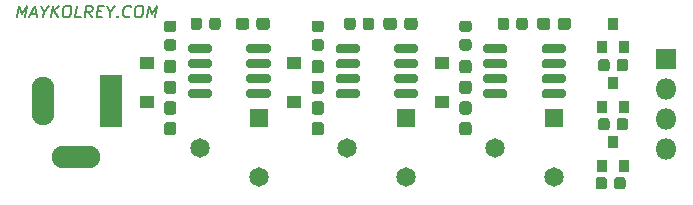
<source format=gbr>
%TF.GenerationSoftware,KiCad,Pcbnew,(5.1.6)-1*%
%TF.CreationDate,2020-12-19T18:50:18-05:00*%
%TF.ProjectId,driver_RGB,64726976-6572-45f5-9247-422e6b696361,rev?*%
%TF.SameCoordinates,Original*%
%TF.FileFunction,Soldermask,Top*%
%TF.FilePolarity,Negative*%
%FSLAX46Y46*%
G04 Gerber Fmt 4.6, Leading zero omitted, Abs format (unit mm)*
G04 Created by KiCad (PCBNEW (5.1.6)-1) date 2020-12-19 18:50:18*
%MOMM*%
%LPD*%
G01*
G04 APERTURE LIST*
%ADD10C,0.150000*%
%ADD11R,0.900000X1.000000*%
%ADD12R,1.300000X1.000000*%
%ADD13C,1.650000*%
%ADD14R,1.650000X1.650000*%
%ADD15R,1.900000X4.500000*%
%ADD16O,1.900000X4.100000*%
%ADD17O,4.100000X1.900000*%
%ADD18O,1.800000X1.800000*%
%ADD19R,1.800000X1.800000*%
G04 APERTURE END LIST*
D10*
X104066681Y-81952380D02*
X104191681Y-80952380D01*
X104435729Y-81666666D01*
X104858348Y-80952380D01*
X104733348Y-81952380D01*
X105197633Y-81666666D02*
X105673824Y-81666666D01*
X105066681Y-81952380D02*
X105525014Y-80952380D01*
X105733348Y-81952380D01*
X106316681Y-81476190D02*
X106257157Y-81952380D01*
X106048824Y-80952380D02*
X106316681Y-81476190D01*
X106715491Y-80952380D01*
X106923824Y-81952380D02*
X107048824Y-80952380D01*
X107495252Y-81952380D02*
X107138110Y-81380952D01*
X107620252Y-80952380D02*
X106977395Y-81523809D01*
X108239300Y-80952380D02*
X108429776Y-80952380D01*
X108519062Y-81000000D01*
X108602395Y-81095238D01*
X108626205Y-81285714D01*
X108584538Y-81619047D01*
X108513110Y-81809523D01*
X108405967Y-81904761D01*
X108304776Y-81952380D01*
X108114300Y-81952380D01*
X108025014Y-81904761D01*
X107941681Y-81809523D01*
X107917872Y-81619047D01*
X107959538Y-81285714D01*
X108030967Y-81095238D01*
X108138110Y-81000000D01*
X108239300Y-80952380D01*
X109447633Y-81952380D02*
X108971443Y-81952380D01*
X109096443Y-80952380D01*
X110352395Y-81952380D02*
X110078586Y-81476190D01*
X109780967Y-81952380D02*
X109905967Y-80952380D01*
X110286919Y-80952380D01*
X110376205Y-81000000D01*
X110417872Y-81047619D01*
X110453586Y-81142857D01*
X110435729Y-81285714D01*
X110376205Y-81380952D01*
X110322633Y-81428571D01*
X110221443Y-81476190D01*
X109840491Y-81476190D01*
X110846443Y-81428571D02*
X111179776Y-81428571D01*
X111257157Y-81952380D02*
X110780967Y-81952380D01*
X110905967Y-80952380D01*
X111382157Y-80952380D01*
X111935729Y-81476190D02*
X111876205Y-81952380D01*
X111667872Y-80952380D02*
X111935729Y-81476190D01*
X112334538Y-80952380D01*
X112554776Y-81857142D02*
X112596443Y-81904761D01*
X112542872Y-81952380D01*
X112501205Y-81904761D01*
X112554776Y-81857142D01*
X112542872Y-81952380D01*
X113602395Y-81857142D02*
X113548824Y-81904761D01*
X113400014Y-81952380D01*
X113304776Y-81952380D01*
X113167872Y-81904761D01*
X113084538Y-81809523D01*
X113048824Y-81714285D01*
X113025014Y-81523809D01*
X113042872Y-81380952D01*
X113114300Y-81190476D01*
X113173824Y-81095238D01*
X113280967Y-81000000D01*
X113429776Y-80952380D01*
X113525014Y-80952380D01*
X113661919Y-81000000D01*
X113703586Y-81047619D01*
X114334538Y-80952380D02*
X114525014Y-80952380D01*
X114614300Y-81000000D01*
X114697633Y-81095238D01*
X114721443Y-81285714D01*
X114679776Y-81619047D01*
X114608348Y-81809523D01*
X114501205Y-81904761D01*
X114400014Y-81952380D01*
X114209538Y-81952380D01*
X114120252Y-81904761D01*
X114036919Y-81809523D01*
X114013110Y-81619047D01*
X114054776Y-81285714D01*
X114126205Y-81095238D01*
X114233348Y-81000000D01*
X114334538Y-80952380D01*
X115066681Y-81952380D02*
X115191681Y-80952380D01*
X115435729Y-81666666D01*
X115858348Y-80952380D01*
X115733348Y-81952380D01*
D11*
%TO.C,Q3*%
X154500000Y-92500000D03*
X155450000Y-94500000D03*
X153550000Y-94500000D03*
%TD*%
%TO.C,Q2*%
X154500000Y-82500000D03*
X155450000Y-84500000D03*
X153550000Y-84500000D03*
%TD*%
D12*
%TO.C,D3*%
X140000000Y-89150000D03*
X140000000Y-85850000D03*
%TD*%
%TO.C,D2*%
X115000000Y-89150000D03*
X115000000Y-85850000D03*
%TD*%
%TO.C,D1*%
X127500000Y-89150000D03*
X127500000Y-85850000D03*
%TD*%
%TO.C,U3*%
G36*
G01*
X145550000Y-88230000D02*
X145550000Y-88580000D01*
G75*
G02*
X145375000Y-88755000I-175000J0D01*
G01*
X143675000Y-88755000D01*
G75*
G02*
X143500000Y-88580000I0J175000D01*
G01*
X143500000Y-88230000D01*
G75*
G02*
X143675000Y-88055000I175000J0D01*
G01*
X145375000Y-88055000D01*
G75*
G02*
X145550000Y-88230000I0J-175000D01*
G01*
G37*
G36*
G01*
X145550000Y-86960000D02*
X145550000Y-87310000D01*
G75*
G02*
X145375000Y-87485000I-175000J0D01*
G01*
X143675000Y-87485000D01*
G75*
G02*
X143500000Y-87310000I0J175000D01*
G01*
X143500000Y-86960000D01*
G75*
G02*
X143675000Y-86785000I175000J0D01*
G01*
X145375000Y-86785000D01*
G75*
G02*
X145550000Y-86960000I0J-175000D01*
G01*
G37*
G36*
G01*
X145550000Y-85690000D02*
X145550000Y-86040000D01*
G75*
G02*
X145375000Y-86215000I-175000J0D01*
G01*
X143675000Y-86215000D01*
G75*
G02*
X143500000Y-86040000I0J175000D01*
G01*
X143500000Y-85690000D01*
G75*
G02*
X143675000Y-85515000I175000J0D01*
G01*
X145375000Y-85515000D01*
G75*
G02*
X145550000Y-85690000I0J-175000D01*
G01*
G37*
G36*
G01*
X145550000Y-84420000D02*
X145550000Y-84770000D01*
G75*
G02*
X145375000Y-84945000I-175000J0D01*
G01*
X143675000Y-84945000D01*
G75*
G02*
X143500000Y-84770000I0J175000D01*
G01*
X143500000Y-84420000D01*
G75*
G02*
X143675000Y-84245000I175000J0D01*
G01*
X145375000Y-84245000D01*
G75*
G02*
X145550000Y-84420000I0J-175000D01*
G01*
G37*
G36*
G01*
X150500000Y-84420000D02*
X150500000Y-84770000D01*
G75*
G02*
X150325000Y-84945000I-175000J0D01*
G01*
X148625000Y-84945000D01*
G75*
G02*
X148450000Y-84770000I0J175000D01*
G01*
X148450000Y-84420000D01*
G75*
G02*
X148625000Y-84245000I175000J0D01*
G01*
X150325000Y-84245000D01*
G75*
G02*
X150500000Y-84420000I0J-175000D01*
G01*
G37*
G36*
G01*
X150500000Y-85690000D02*
X150500000Y-86040000D01*
G75*
G02*
X150325000Y-86215000I-175000J0D01*
G01*
X148625000Y-86215000D01*
G75*
G02*
X148450000Y-86040000I0J175000D01*
G01*
X148450000Y-85690000D01*
G75*
G02*
X148625000Y-85515000I175000J0D01*
G01*
X150325000Y-85515000D01*
G75*
G02*
X150500000Y-85690000I0J-175000D01*
G01*
G37*
G36*
G01*
X150500000Y-86960000D02*
X150500000Y-87310000D01*
G75*
G02*
X150325000Y-87485000I-175000J0D01*
G01*
X148625000Y-87485000D01*
G75*
G02*
X148450000Y-87310000I0J175000D01*
G01*
X148450000Y-86960000D01*
G75*
G02*
X148625000Y-86785000I175000J0D01*
G01*
X150325000Y-86785000D01*
G75*
G02*
X150500000Y-86960000I0J-175000D01*
G01*
G37*
G36*
G01*
X150500000Y-88230000D02*
X150500000Y-88580000D01*
G75*
G02*
X150325000Y-88755000I-175000J0D01*
G01*
X148625000Y-88755000D01*
G75*
G02*
X148450000Y-88580000I0J175000D01*
G01*
X148450000Y-88230000D01*
G75*
G02*
X148625000Y-88055000I175000J0D01*
G01*
X150325000Y-88055000D01*
G75*
G02*
X150500000Y-88230000I0J-175000D01*
G01*
G37*
%TD*%
%TO.C,U1*%
G36*
G01*
X133050000Y-88230000D02*
X133050000Y-88580000D01*
G75*
G02*
X132875000Y-88755000I-175000J0D01*
G01*
X131175000Y-88755000D01*
G75*
G02*
X131000000Y-88580000I0J175000D01*
G01*
X131000000Y-88230000D01*
G75*
G02*
X131175000Y-88055000I175000J0D01*
G01*
X132875000Y-88055000D01*
G75*
G02*
X133050000Y-88230000I0J-175000D01*
G01*
G37*
G36*
G01*
X133050000Y-86960000D02*
X133050000Y-87310000D01*
G75*
G02*
X132875000Y-87485000I-175000J0D01*
G01*
X131175000Y-87485000D01*
G75*
G02*
X131000000Y-87310000I0J175000D01*
G01*
X131000000Y-86960000D01*
G75*
G02*
X131175000Y-86785000I175000J0D01*
G01*
X132875000Y-86785000D01*
G75*
G02*
X133050000Y-86960000I0J-175000D01*
G01*
G37*
G36*
G01*
X133050000Y-85690000D02*
X133050000Y-86040000D01*
G75*
G02*
X132875000Y-86215000I-175000J0D01*
G01*
X131175000Y-86215000D01*
G75*
G02*
X131000000Y-86040000I0J175000D01*
G01*
X131000000Y-85690000D01*
G75*
G02*
X131175000Y-85515000I175000J0D01*
G01*
X132875000Y-85515000D01*
G75*
G02*
X133050000Y-85690000I0J-175000D01*
G01*
G37*
G36*
G01*
X133050000Y-84420000D02*
X133050000Y-84770000D01*
G75*
G02*
X132875000Y-84945000I-175000J0D01*
G01*
X131175000Y-84945000D01*
G75*
G02*
X131000000Y-84770000I0J175000D01*
G01*
X131000000Y-84420000D01*
G75*
G02*
X131175000Y-84245000I175000J0D01*
G01*
X132875000Y-84245000D01*
G75*
G02*
X133050000Y-84420000I0J-175000D01*
G01*
G37*
G36*
G01*
X138000000Y-84420000D02*
X138000000Y-84770000D01*
G75*
G02*
X137825000Y-84945000I-175000J0D01*
G01*
X136125000Y-84945000D01*
G75*
G02*
X135950000Y-84770000I0J175000D01*
G01*
X135950000Y-84420000D01*
G75*
G02*
X136125000Y-84245000I175000J0D01*
G01*
X137825000Y-84245000D01*
G75*
G02*
X138000000Y-84420000I0J-175000D01*
G01*
G37*
G36*
G01*
X138000000Y-85690000D02*
X138000000Y-86040000D01*
G75*
G02*
X137825000Y-86215000I-175000J0D01*
G01*
X136125000Y-86215000D01*
G75*
G02*
X135950000Y-86040000I0J175000D01*
G01*
X135950000Y-85690000D01*
G75*
G02*
X136125000Y-85515000I175000J0D01*
G01*
X137825000Y-85515000D01*
G75*
G02*
X138000000Y-85690000I0J-175000D01*
G01*
G37*
G36*
G01*
X138000000Y-86960000D02*
X138000000Y-87310000D01*
G75*
G02*
X137825000Y-87485000I-175000J0D01*
G01*
X136125000Y-87485000D01*
G75*
G02*
X135950000Y-87310000I0J175000D01*
G01*
X135950000Y-86960000D01*
G75*
G02*
X136125000Y-86785000I175000J0D01*
G01*
X137825000Y-86785000D01*
G75*
G02*
X138000000Y-86960000I0J-175000D01*
G01*
G37*
G36*
G01*
X138000000Y-88230000D02*
X138000000Y-88580000D01*
G75*
G02*
X137825000Y-88755000I-175000J0D01*
G01*
X136125000Y-88755000D01*
G75*
G02*
X135950000Y-88580000I0J175000D01*
G01*
X135950000Y-88230000D01*
G75*
G02*
X136125000Y-88055000I175000J0D01*
G01*
X137825000Y-88055000D01*
G75*
G02*
X138000000Y-88230000I0J-175000D01*
G01*
G37*
%TD*%
%TO.C,U2*%
G36*
G01*
X120550000Y-88230000D02*
X120550000Y-88580000D01*
G75*
G02*
X120375000Y-88755000I-175000J0D01*
G01*
X118675000Y-88755000D01*
G75*
G02*
X118500000Y-88580000I0J175000D01*
G01*
X118500000Y-88230000D01*
G75*
G02*
X118675000Y-88055000I175000J0D01*
G01*
X120375000Y-88055000D01*
G75*
G02*
X120550000Y-88230000I0J-175000D01*
G01*
G37*
G36*
G01*
X120550000Y-86960000D02*
X120550000Y-87310000D01*
G75*
G02*
X120375000Y-87485000I-175000J0D01*
G01*
X118675000Y-87485000D01*
G75*
G02*
X118500000Y-87310000I0J175000D01*
G01*
X118500000Y-86960000D01*
G75*
G02*
X118675000Y-86785000I175000J0D01*
G01*
X120375000Y-86785000D01*
G75*
G02*
X120550000Y-86960000I0J-175000D01*
G01*
G37*
G36*
G01*
X120550000Y-85690000D02*
X120550000Y-86040000D01*
G75*
G02*
X120375000Y-86215000I-175000J0D01*
G01*
X118675000Y-86215000D01*
G75*
G02*
X118500000Y-86040000I0J175000D01*
G01*
X118500000Y-85690000D01*
G75*
G02*
X118675000Y-85515000I175000J0D01*
G01*
X120375000Y-85515000D01*
G75*
G02*
X120550000Y-85690000I0J-175000D01*
G01*
G37*
G36*
G01*
X120550000Y-84420000D02*
X120550000Y-84770000D01*
G75*
G02*
X120375000Y-84945000I-175000J0D01*
G01*
X118675000Y-84945000D01*
G75*
G02*
X118500000Y-84770000I0J175000D01*
G01*
X118500000Y-84420000D01*
G75*
G02*
X118675000Y-84245000I175000J0D01*
G01*
X120375000Y-84245000D01*
G75*
G02*
X120550000Y-84420000I0J-175000D01*
G01*
G37*
G36*
G01*
X125500000Y-84420000D02*
X125500000Y-84770000D01*
G75*
G02*
X125325000Y-84945000I-175000J0D01*
G01*
X123625000Y-84945000D01*
G75*
G02*
X123450000Y-84770000I0J175000D01*
G01*
X123450000Y-84420000D01*
G75*
G02*
X123625000Y-84245000I175000J0D01*
G01*
X125325000Y-84245000D01*
G75*
G02*
X125500000Y-84420000I0J-175000D01*
G01*
G37*
G36*
G01*
X125500000Y-85690000D02*
X125500000Y-86040000D01*
G75*
G02*
X125325000Y-86215000I-175000J0D01*
G01*
X123625000Y-86215000D01*
G75*
G02*
X123450000Y-86040000I0J175000D01*
G01*
X123450000Y-85690000D01*
G75*
G02*
X123625000Y-85515000I175000J0D01*
G01*
X125325000Y-85515000D01*
G75*
G02*
X125500000Y-85690000I0J-175000D01*
G01*
G37*
G36*
G01*
X125500000Y-86960000D02*
X125500000Y-87310000D01*
G75*
G02*
X125325000Y-87485000I-175000J0D01*
G01*
X123625000Y-87485000D01*
G75*
G02*
X123450000Y-87310000I0J175000D01*
G01*
X123450000Y-86960000D01*
G75*
G02*
X123625000Y-86785000I175000J0D01*
G01*
X125325000Y-86785000D01*
G75*
G02*
X125500000Y-86960000I0J-175000D01*
G01*
G37*
G36*
G01*
X125500000Y-88230000D02*
X125500000Y-88580000D01*
G75*
G02*
X125325000Y-88755000I-175000J0D01*
G01*
X123625000Y-88755000D01*
G75*
G02*
X123450000Y-88580000I0J175000D01*
G01*
X123450000Y-88230000D01*
G75*
G02*
X123625000Y-88055000I175000J0D01*
G01*
X125325000Y-88055000D01*
G75*
G02*
X125500000Y-88230000I0J-175000D01*
G01*
G37*
%TD*%
D13*
%TO.C,RV3*%
X144500000Y-93000000D03*
D14*
X149500000Y-90500000D03*
D13*
X149500000Y-95500000D03*
%TD*%
%TO.C,RV2*%
X119500000Y-93000000D03*
D14*
X124500000Y-90500000D03*
D13*
X124500000Y-95500000D03*
%TD*%
%TO.C,RV1*%
X132000000Y-93000000D03*
D14*
X137000000Y-90500000D03*
D13*
X137000000Y-95500000D03*
%TD*%
D15*
%TO.C,J2*%
X112000000Y-89000000D03*
D16*
X106200000Y-89000000D03*
D17*
X109000000Y-93800000D03*
%TD*%
%TO.C,R9*%
G36*
G01*
X149200000Y-82237500D02*
X149200000Y-82762500D01*
G75*
G02*
X148937500Y-83025000I-262500J0D01*
G01*
X148312500Y-83025000D01*
G75*
G02*
X148050000Y-82762500I0J262500D01*
G01*
X148050000Y-82237500D01*
G75*
G02*
X148312500Y-81975000I262500J0D01*
G01*
X148937500Y-81975000D01*
G75*
G02*
X149200000Y-82237500I0J-262500D01*
G01*
G37*
G36*
G01*
X150950000Y-82237500D02*
X150950000Y-82762500D01*
G75*
G02*
X150687500Y-83025000I-262500J0D01*
G01*
X150062500Y-83025000D01*
G75*
G02*
X149800000Y-82762500I0J262500D01*
G01*
X149800000Y-82237500D01*
G75*
G02*
X150062500Y-81975000I262500J0D01*
G01*
X150687500Y-81975000D01*
G75*
G02*
X150950000Y-82237500I0J-262500D01*
G01*
G37*
%TD*%
%TO.C,R8*%
G36*
G01*
X142262500Y-86700000D02*
X141737500Y-86700000D01*
G75*
G02*
X141475000Y-86437500I0J262500D01*
G01*
X141475000Y-85812500D01*
G75*
G02*
X141737500Y-85550000I262500J0D01*
G01*
X142262500Y-85550000D01*
G75*
G02*
X142525000Y-85812500I0J-262500D01*
G01*
X142525000Y-86437500D01*
G75*
G02*
X142262500Y-86700000I-262500J0D01*
G01*
G37*
G36*
G01*
X142262500Y-88450000D02*
X141737500Y-88450000D01*
G75*
G02*
X141475000Y-88187500I0J262500D01*
G01*
X141475000Y-87562500D01*
G75*
G02*
X141737500Y-87300000I262500J0D01*
G01*
X142262500Y-87300000D01*
G75*
G02*
X142525000Y-87562500I0J-262500D01*
G01*
X142525000Y-88187500D01*
G75*
G02*
X142262500Y-88450000I-262500J0D01*
G01*
G37*
%TD*%
%TO.C,R7*%
G36*
G01*
X142262500Y-90200000D02*
X141737500Y-90200000D01*
G75*
G02*
X141475000Y-89937500I0J262500D01*
G01*
X141475000Y-89312500D01*
G75*
G02*
X141737500Y-89050000I262500J0D01*
G01*
X142262500Y-89050000D01*
G75*
G02*
X142525000Y-89312500I0J-262500D01*
G01*
X142525000Y-89937500D01*
G75*
G02*
X142262500Y-90200000I-262500J0D01*
G01*
G37*
G36*
G01*
X142262500Y-91950000D02*
X141737500Y-91950000D01*
G75*
G02*
X141475000Y-91687500I0J262500D01*
G01*
X141475000Y-91062500D01*
G75*
G02*
X141737500Y-90800000I262500J0D01*
G01*
X142262500Y-90800000D01*
G75*
G02*
X142525000Y-91062500I0J-262500D01*
G01*
X142525000Y-91687500D01*
G75*
G02*
X142262500Y-91950000I-262500J0D01*
G01*
G37*
%TD*%
%TO.C,R6*%
G36*
G01*
X123700000Y-82237500D02*
X123700000Y-82762500D01*
G75*
G02*
X123437500Y-83025000I-262500J0D01*
G01*
X122812500Y-83025000D01*
G75*
G02*
X122550000Y-82762500I0J262500D01*
G01*
X122550000Y-82237500D01*
G75*
G02*
X122812500Y-81975000I262500J0D01*
G01*
X123437500Y-81975000D01*
G75*
G02*
X123700000Y-82237500I0J-262500D01*
G01*
G37*
G36*
G01*
X125450000Y-82237500D02*
X125450000Y-82762500D01*
G75*
G02*
X125187500Y-83025000I-262500J0D01*
G01*
X124562500Y-83025000D01*
G75*
G02*
X124300000Y-82762500I0J262500D01*
G01*
X124300000Y-82237500D01*
G75*
G02*
X124562500Y-81975000I262500J0D01*
G01*
X125187500Y-81975000D01*
G75*
G02*
X125450000Y-82237500I0J-262500D01*
G01*
G37*
%TD*%
%TO.C,R5*%
G36*
G01*
X117262500Y-86700000D02*
X116737500Y-86700000D01*
G75*
G02*
X116475000Y-86437500I0J262500D01*
G01*
X116475000Y-85812500D01*
G75*
G02*
X116737500Y-85550000I262500J0D01*
G01*
X117262500Y-85550000D01*
G75*
G02*
X117525000Y-85812500I0J-262500D01*
G01*
X117525000Y-86437500D01*
G75*
G02*
X117262500Y-86700000I-262500J0D01*
G01*
G37*
G36*
G01*
X117262500Y-88450000D02*
X116737500Y-88450000D01*
G75*
G02*
X116475000Y-88187500I0J262500D01*
G01*
X116475000Y-87562500D01*
G75*
G02*
X116737500Y-87300000I262500J0D01*
G01*
X117262500Y-87300000D01*
G75*
G02*
X117525000Y-87562500I0J-262500D01*
G01*
X117525000Y-88187500D01*
G75*
G02*
X117262500Y-88450000I-262500J0D01*
G01*
G37*
%TD*%
%TO.C,R4*%
G36*
G01*
X117262500Y-90200000D02*
X116737500Y-90200000D01*
G75*
G02*
X116475000Y-89937500I0J262500D01*
G01*
X116475000Y-89312500D01*
G75*
G02*
X116737500Y-89050000I262500J0D01*
G01*
X117262500Y-89050000D01*
G75*
G02*
X117525000Y-89312500I0J-262500D01*
G01*
X117525000Y-89937500D01*
G75*
G02*
X117262500Y-90200000I-262500J0D01*
G01*
G37*
G36*
G01*
X117262500Y-91950000D02*
X116737500Y-91950000D01*
G75*
G02*
X116475000Y-91687500I0J262500D01*
G01*
X116475000Y-91062500D01*
G75*
G02*
X116737500Y-90800000I262500J0D01*
G01*
X117262500Y-90800000D01*
G75*
G02*
X117525000Y-91062500I0J-262500D01*
G01*
X117525000Y-91687500D01*
G75*
G02*
X117262500Y-91950000I-262500J0D01*
G01*
G37*
%TD*%
%TO.C,R3*%
G36*
G01*
X136200000Y-82237500D02*
X136200000Y-82762500D01*
G75*
G02*
X135937500Y-83025000I-262500J0D01*
G01*
X135312500Y-83025000D01*
G75*
G02*
X135050000Y-82762500I0J262500D01*
G01*
X135050000Y-82237500D01*
G75*
G02*
X135312500Y-81975000I262500J0D01*
G01*
X135937500Y-81975000D01*
G75*
G02*
X136200000Y-82237500I0J-262500D01*
G01*
G37*
G36*
G01*
X137950000Y-82237500D02*
X137950000Y-82762500D01*
G75*
G02*
X137687500Y-83025000I-262500J0D01*
G01*
X137062500Y-83025000D01*
G75*
G02*
X136800000Y-82762500I0J262500D01*
G01*
X136800000Y-82237500D01*
G75*
G02*
X137062500Y-81975000I262500J0D01*
G01*
X137687500Y-81975000D01*
G75*
G02*
X137950000Y-82237500I0J-262500D01*
G01*
G37*
%TD*%
%TO.C,R2*%
G36*
G01*
X129762500Y-86700000D02*
X129237500Y-86700000D01*
G75*
G02*
X128975000Y-86437500I0J262500D01*
G01*
X128975000Y-85812500D01*
G75*
G02*
X129237500Y-85550000I262500J0D01*
G01*
X129762500Y-85550000D01*
G75*
G02*
X130025000Y-85812500I0J-262500D01*
G01*
X130025000Y-86437500D01*
G75*
G02*
X129762500Y-86700000I-262500J0D01*
G01*
G37*
G36*
G01*
X129762500Y-88450000D02*
X129237500Y-88450000D01*
G75*
G02*
X128975000Y-88187500I0J262500D01*
G01*
X128975000Y-87562500D01*
G75*
G02*
X129237500Y-87300000I262500J0D01*
G01*
X129762500Y-87300000D01*
G75*
G02*
X130025000Y-87562500I0J-262500D01*
G01*
X130025000Y-88187500D01*
G75*
G02*
X129762500Y-88450000I-262500J0D01*
G01*
G37*
%TD*%
%TO.C,R1*%
G36*
G01*
X129762500Y-90200000D02*
X129237500Y-90200000D01*
G75*
G02*
X128975000Y-89937500I0J262500D01*
G01*
X128975000Y-89312500D01*
G75*
G02*
X129237500Y-89050000I262500J0D01*
G01*
X129762500Y-89050000D01*
G75*
G02*
X130025000Y-89312500I0J-262500D01*
G01*
X130025000Y-89937500D01*
G75*
G02*
X129762500Y-90200000I-262500J0D01*
G01*
G37*
G36*
G01*
X129762500Y-91950000D02*
X129237500Y-91950000D01*
G75*
G02*
X128975000Y-91687500I0J262500D01*
G01*
X128975000Y-91062500D01*
G75*
G02*
X129237500Y-90800000I262500J0D01*
G01*
X129762500Y-90800000D01*
G75*
G02*
X130025000Y-91062500I0J-262500D01*
G01*
X130025000Y-91687500D01*
G75*
G02*
X129762500Y-91950000I-262500J0D01*
G01*
G37*
%TD*%
D11*
%TO.C,Q1*%
X154500000Y-87500000D03*
X155450000Y-89500000D03*
X153550000Y-89500000D03*
%TD*%
D18*
%TO.C,J1*%
X159000000Y-93120000D03*
X159000000Y-90580000D03*
X159000000Y-88040000D03*
D19*
X159000000Y-85500000D03*
%TD*%
%TO.C,C9*%
G36*
G01*
X154587500Y-96281250D02*
X154587500Y-95718750D01*
G75*
G02*
X154831250Y-95475000I243750J0D01*
G01*
X155318750Y-95475000D01*
G75*
G02*
X155562500Y-95718750I0J-243750D01*
G01*
X155562500Y-96281250D01*
G75*
G02*
X155318750Y-96525000I-243750J0D01*
G01*
X154831250Y-96525000D01*
G75*
G02*
X154587500Y-96281250I0J243750D01*
G01*
G37*
G36*
G01*
X153012500Y-96281250D02*
X153012500Y-95718750D01*
G75*
G02*
X153256250Y-95475000I243750J0D01*
G01*
X153743750Y-95475000D01*
G75*
G02*
X153987500Y-95718750I0J-243750D01*
G01*
X153987500Y-96281250D01*
G75*
G02*
X153743750Y-96525000I-243750J0D01*
G01*
X153256250Y-96525000D01*
G75*
G02*
X153012500Y-96281250I0J243750D01*
G01*
G37*
%TD*%
%TO.C,C8*%
G36*
G01*
X145700000Y-82218750D02*
X145700000Y-82781250D01*
G75*
G02*
X145456250Y-83025000I-243750J0D01*
G01*
X144968750Y-83025000D01*
G75*
G02*
X144725000Y-82781250I0J243750D01*
G01*
X144725000Y-82218750D01*
G75*
G02*
X144968750Y-81975000I243750J0D01*
G01*
X145456250Y-81975000D01*
G75*
G02*
X145700000Y-82218750I0J-243750D01*
G01*
G37*
G36*
G01*
X147275000Y-82218750D02*
X147275000Y-82781250D01*
G75*
G02*
X147031250Y-83025000I-243750J0D01*
G01*
X146543750Y-83025000D01*
G75*
G02*
X146300000Y-82781250I0J243750D01*
G01*
X146300000Y-82218750D01*
G75*
G02*
X146543750Y-81975000I243750J0D01*
G01*
X147031250Y-81975000D01*
G75*
G02*
X147275000Y-82218750I0J-243750D01*
G01*
G37*
%TD*%
%TO.C,C7*%
G36*
G01*
X142281250Y-83200000D02*
X141718750Y-83200000D01*
G75*
G02*
X141475000Y-82956250I0J243750D01*
G01*
X141475000Y-82468750D01*
G75*
G02*
X141718750Y-82225000I243750J0D01*
G01*
X142281250Y-82225000D01*
G75*
G02*
X142525000Y-82468750I0J-243750D01*
G01*
X142525000Y-82956250D01*
G75*
G02*
X142281250Y-83200000I-243750J0D01*
G01*
G37*
G36*
G01*
X142281250Y-84775000D02*
X141718750Y-84775000D01*
G75*
G02*
X141475000Y-84531250I0J243750D01*
G01*
X141475000Y-84043750D01*
G75*
G02*
X141718750Y-83800000I243750J0D01*
G01*
X142281250Y-83800000D01*
G75*
G02*
X142525000Y-84043750I0J-243750D01*
G01*
X142525000Y-84531250D01*
G75*
G02*
X142281250Y-84775000I-243750J0D01*
G01*
G37*
%TD*%
%TO.C,C6*%
G36*
G01*
X154800000Y-86281250D02*
X154800000Y-85718750D01*
G75*
G02*
X155043750Y-85475000I243750J0D01*
G01*
X155531250Y-85475000D01*
G75*
G02*
X155775000Y-85718750I0J-243750D01*
G01*
X155775000Y-86281250D01*
G75*
G02*
X155531250Y-86525000I-243750J0D01*
G01*
X155043750Y-86525000D01*
G75*
G02*
X154800000Y-86281250I0J243750D01*
G01*
G37*
G36*
G01*
X153225000Y-86281250D02*
X153225000Y-85718750D01*
G75*
G02*
X153468750Y-85475000I243750J0D01*
G01*
X153956250Y-85475000D01*
G75*
G02*
X154200000Y-85718750I0J-243750D01*
G01*
X154200000Y-86281250D01*
G75*
G02*
X153956250Y-86525000I-243750J0D01*
G01*
X153468750Y-86525000D01*
G75*
G02*
X153225000Y-86281250I0J243750D01*
G01*
G37*
%TD*%
%TO.C,C5*%
G36*
G01*
X120300000Y-82781250D02*
X120300000Y-82218750D01*
G75*
G02*
X120543750Y-81975000I243750J0D01*
G01*
X121031250Y-81975000D01*
G75*
G02*
X121275000Y-82218750I0J-243750D01*
G01*
X121275000Y-82781250D01*
G75*
G02*
X121031250Y-83025000I-243750J0D01*
G01*
X120543750Y-83025000D01*
G75*
G02*
X120300000Y-82781250I0J243750D01*
G01*
G37*
G36*
G01*
X118725000Y-82781250D02*
X118725000Y-82218750D01*
G75*
G02*
X118968750Y-81975000I243750J0D01*
G01*
X119456250Y-81975000D01*
G75*
G02*
X119700000Y-82218750I0J-243750D01*
G01*
X119700000Y-82781250D01*
G75*
G02*
X119456250Y-83025000I-243750J0D01*
G01*
X118968750Y-83025000D01*
G75*
G02*
X118725000Y-82781250I0J243750D01*
G01*
G37*
%TD*%
%TO.C,C4*%
G36*
G01*
X117281250Y-83200000D02*
X116718750Y-83200000D01*
G75*
G02*
X116475000Y-82956250I0J243750D01*
G01*
X116475000Y-82468750D01*
G75*
G02*
X116718750Y-82225000I243750J0D01*
G01*
X117281250Y-82225000D01*
G75*
G02*
X117525000Y-82468750I0J-243750D01*
G01*
X117525000Y-82956250D01*
G75*
G02*
X117281250Y-83200000I-243750J0D01*
G01*
G37*
G36*
G01*
X117281250Y-84775000D02*
X116718750Y-84775000D01*
G75*
G02*
X116475000Y-84531250I0J243750D01*
G01*
X116475000Y-84043750D01*
G75*
G02*
X116718750Y-83800000I243750J0D01*
G01*
X117281250Y-83800000D01*
G75*
G02*
X117525000Y-84043750I0J-243750D01*
G01*
X117525000Y-84531250D01*
G75*
G02*
X117281250Y-84775000I-243750J0D01*
G01*
G37*
%TD*%
%TO.C,C3*%
G36*
G01*
X154800000Y-91281250D02*
X154800000Y-90718750D01*
G75*
G02*
X155043750Y-90475000I243750J0D01*
G01*
X155531250Y-90475000D01*
G75*
G02*
X155775000Y-90718750I0J-243750D01*
G01*
X155775000Y-91281250D01*
G75*
G02*
X155531250Y-91525000I-243750J0D01*
G01*
X155043750Y-91525000D01*
G75*
G02*
X154800000Y-91281250I0J243750D01*
G01*
G37*
G36*
G01*
X153225000Y-91281250D02*
X153225000Y-90718750D01*
G75*
G02*
X153468750Y-90475000I243750J0D01*
G01*
X153956250Y-90475000D01*
G75*
G02*
X154200000Y-90718750I0J-243750D01*
G01*
X154200000Y-91281250D01*
G75*
G02*
X153956250Y-91525000I-243750J0D01*
G01*
X153468750Y-91525000D01*
G75*
G02*
X153225000Y-91281250I0J243750D01*
G01*
G37*
%TD*%
%TO.C,C2*%
G36*
G01*
X132700000Y-82218750D02*
X132700000Y-82781250D01*
G75*
G02*
X132456250Y-83025000I-243750J0D01*
G01*
X131968750Y-83025000D01*
G75*
G02*
X131725000Y-82781250I0J243750D01*
G01*
X131725000Y-82218750D01*
G75*
G02*
X131968750Y-81975000I243750J0D01*
G01*
X132456250Y-81975000D01*
G75*
G02*
X132700000Y-82218750I0J-243750D01*
G01*
G37*
G36*
G01*
X134275000Y-82218750D02*
X134275000Y-82781250D01*
G75*
G02*
X134031250Y-83025000I-243750J0D01*
G01*
X133543750Y-83025000D01*
G75*
G02*
X133300000Y-82781250I0J243750D01*
G01*
X133300000Y-82218750D01*
G75*
G02*
X133543750Y-81975000I243750J0D01*
G01*
X134031250Y-81975000D01*
G75*
G02*
X134275000Y-82218750I0J-243750D01*
G01*
G37*
%TD*%
%TO.C,C1*%
G36*
G01*
X129781250Y-83200000D02*
X129218750Y-83200000D01*
G75*
G02*
X128975000Y-82956250I0J243750D01*
G01*
X128975000Y-82468750D01*
G75*
G02*
X129218750Y-82225000I243750J0D01*
G01*
X129781250Y-82225000D01*
G75*
G02*
X130025000Y-82468750I0J-243750D01*
G01*
X130025000Y-82956250D01*
G75*
G02*
X129781250Y-83200000I-243750J0D01*
G01*
G37*
G36*
G01*
X129781250Y-84775000D02*
X129218750Y-84775000D01*
G75*
G02*
X128975000Y-84531250I0J243750D01*
G01*
X128975000Y-84043750D01*
G75*
G02*
X129218750Y-83800000I243750J0D01*
G01*
X129781250Y-83800000D01*
G75*
G02*
X130025000Y-84043750I0J-243750D01*
G01*
X130025000Y-84531250D01*
G75*
G02*
X129781250Y-84775000I-243750J0D01*
G01*
G37*
%TD*%
M02*

</source>
